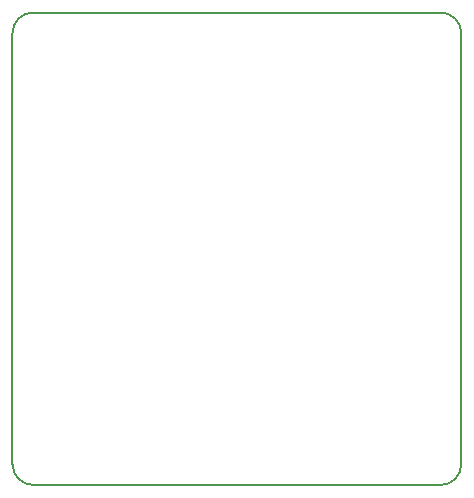
<source format=gbr>
G04 #@! TF.GenerationSoftware,KiCad,Pcbnew,(5.0.1-3-g963ef8bb5)*
G04 #@! TF.CreationDate,2019-01-09T17:43:23-05:00*
G04 #@! TF.ProjectId,Tympan_AIC_Shield,54796D70616E5F4149435F536869656C,rev?*
G04 #@! TF.SameCoordinates,PX6d878d0PY5279480*
G04 #@! TF.FileFunction,Profile,NP*
%FSLAX46Y46*%
G04 Gerber Fmt 4.6, Leading zero omitted, Abs format (unit mm)*
G04 Created by KiCad (PCBNEW (5.0.1-3-g963ef8bb5)) date Wednesday, January 09, 2019 at 05:43:23 PM*
%MOMM*%
%LPD*%
G01*
G04 APERTURE LIST*
%ADD10C,0.200000*%
%ADD11C,0.150000*%
G04 APERTURE END LIST*
D10*
X0Y38250000D02*
G75*
G02X1750000Y40000000I1750000J0D01*
G01*
X36250000Y40000000D02*
G75*
G02X38000000Y38250000I0J-1750000D01*
G01*
X38000000Y1750000D02*
G75*
G02X36250000Y0I-1750000J0D01*
G01*
X1750000Y0D02*
G75*
G02X0Y1750000I0J1750000D01*
G01*
D11*
X1775000Y0D02*
X36225000Y0D01*
X0Y38225000D02*
X0Y1750000D01*
X36225000Y40000000D02*
X1775000Y40000000D01*
X38000000Y1775000D02*
X38000000Y38225000D01*
M02*

</source>
